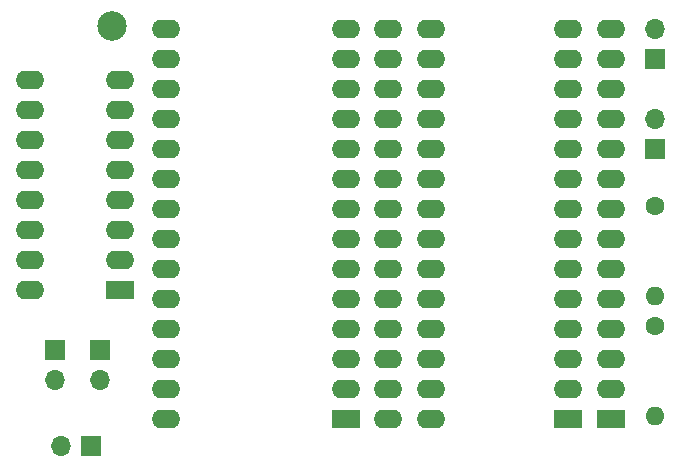
<source format=gbs>
G04 #@! TF.GenerationSoftware,KiCad,Pcbnew,(6.0.5)*
G04 #@! TF.CreationDate,2024-04-06T13:45:57+02:00*
G04 #@! TF.ProjectId,1541-RAMBoard2-FirstBank,31353431-2d52-4414-9d42-6f617264322d,rev?*
G04 #@! TF.SameCoordinates,Original*
G04 #@! TF.FileFunction,Soldermask,Bot*
G04 #@! TF.FilePolarity,Negative*
%FSLAX46Y46*%
G04 Gerber Fmt 4.6, Leading zero omitted, Abs format (unit mm)*
G04 Created by KiCad (PCBNEW (6.0.5)) date 2024-04-06 13:45:57*
%MOMM*%
%LPD*%
G01*
G04 APERTURE LIST*
%ADD10C,2.500000*%
%ADD11C,1.600000*%
%ADD12O,1.600000X1.600000*%
%ADD13O,1.700000X1.700000*%
%ADD14R,1.700000X1.700000*%
%ADD15O,2.400000X1.600000*%
%ADD16R,2.400000X1.600000*%
G04 APERTURE END LIST*
D10*
X117856000Y-88392000D03*
D11*
X163830000Y-103632000D03*
D12*
X163830000Y-111252000D03*
D11*
X163830000Y-113792000D03*
D12*
X163830000Y-121412000D03*
D13*
X113030000Y-118359000D03*
D14*
X113030000Y-115819000D03*
D13*
X116840000Y-118359000D03*
D14*
X116840000Y-115819000D03*
D15*
X141229000Y-121681000D03*
X141229000Y-119141000D03*
X141229000Y-116601000D03*
X141229000Y-114061000D03*
X141229000Y-111521000D03*
X141229000Y-108981000D03*
X141229000Y-106441000D03*
X141229000Y-103901000D03*
X141229000Y-101361000D03*
X141229000Y-98821000D03*
X141229000Y-96281000D03*
X141229000Y-93741000D03*
X141229000Y-91201000D03*
X141229000Y-88661000D03*
X156469000Y-88661000D03*
X156469000Y-91201000D03*
X156469000Y-93741000D03*
X156469000Y-96281000D03*
X156469000Y-98821000D03*
X156469000Y-101361000D03*
X156469000Y-103901000D03*
X156469000Y-106441000D03*
X156469000Y-108981000D03*
X156469000Y-111521000D03*
X156469000Y-114061000D03*
X156469000Y-116601000D03*
X156469000Y-119141000D03*
D16*
X156469000Y-121681000D03*
X160121000Y-121681000D03*
D15*
X160121000Y-119141000D03*
X160121000Y-116601000D03*
X160121000Y-114061000D03*
X160121000Y-111521000D03*
X160121000Y-108981000D03*
X160121000Y-106441000D03*
X160121000Y-103901000D03*
X160121000Y-101361000D03*
X160121000Y-98821000D03*
X160121000Y-96281000D03*
X160121000Y-93741000D03*
X160121000Y-91201000D03*
X160121000Y-88661000D03*
X144881000Y-88661000D03*
X144881000Y-91201000D03*
X144881000Y-93741000D03*
X144881000Y-96281000D03*
X144881000Y-98821000D03*
X144881000Y-101361000D03*
X144881000Y-103901000D03*
X144881000Y-106441000D03*
X144881000Y-108981000D03*
X144881000Y-111521000D03*
X144881000Y-114061000D03*
X144881000Y-116601000D03*
X144881000Y-119141000D03*
X144881000Y-121681000D03*
D13*
X163830000Y-88646000D03*
D14*
X163830000Y-91186000D03*
D16*
X118608000Y-110754000D03*
D15*
X118608000Y-108214000D03*
X118608000Y-105674000D03*
X118608000Y-103134000D03*
X118608000Y-100594000D03*
X118608000Y-98054000D03*
X118608000Y-95514000D03*
X118608000Y-92974000D03*
X110988000Y-92974000D03*
X110988000Y-95514000D03*
X110988000Y-98054000D03*
X110988000Y-100594000D03*
X110988000Y-103134000D03*
X110988000Y-105674000D03*
X110988000Y-108214000D03*
X110988000Y-110754000D03*
D13*
X163830000Y-96271000D03*
D14*
X163830000Y-98811000D03*
D16*
X137673000Y-121681000D03*
D15*
X137673000Y-119141000D03*
X137673000Y-116601000D03*
X137673000Y-114061000D03*
X137673000Y-111521000D03*
X137673000Y-108981000D03*
X137673000Y-106441000D03*
X137673000Y-103901000D03*
X137673000Y-101361000D03*
X137673000Y-98821000D03*
X137673000Y-96281000D03*
X137673000Y-93741000D03*
X137673000Y-91201000D03*
X137673000Y-88661000D03*
X122433000Y-88661000D03*
X122433000Y-91201000D03*
X122433000Y-93741000D03*
X122433000Y-96281000D03*
X122433000Y-98821000D03*
X122433000Y-101361000D03*
X122433000Y-103901000D03*
X122433000Y-106441000D03*
X122433000Y-108981000D03*
X122433000Y-111521000D03*
X122433000Y-114061000D03*
X122433000Y-116601000D03*
X122433000Y-119141000D03*
X122433000Y-121681000D03*
D14*
X116078000Y-123952000D03*
D13*
X113538000Y-123952000D03*
M02*

</source>
